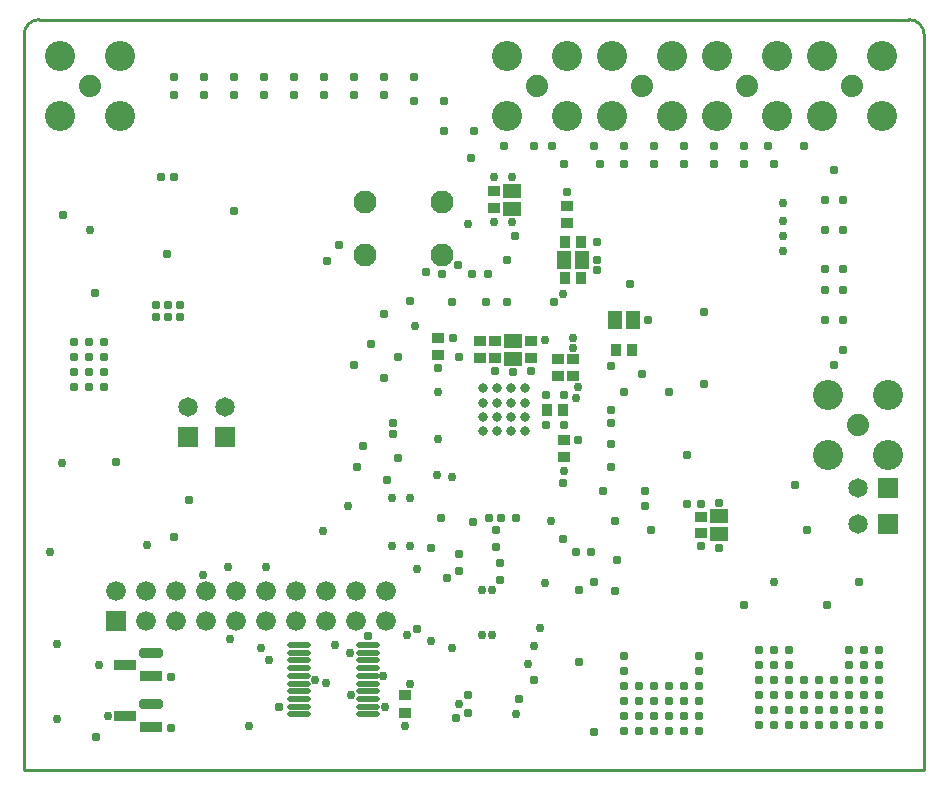
<source format=gbs>
%FSLAX44Y44*%
%MOMM*%
G71*
G01*
G75*
G04 Layer_Color=16711935*
%ADD10R,1.8034X1.1176*%
%ADD11R,5.3000X5.3000*%
%ADD12O,1.6500X0.2700*%
%ADD13O,0.2700X1.6500*%
%ADD14R,1.2700X1.2700*%
%ADD15R,0.7000X0.9000*%
%ADD16R,0.8000X0.9000*%
%ADD17R,0.9000X0.8000*%
%ADD18R,2.5400X1.6510*%
G04:AMPARAMS|DCode=19|XSize=1.651mm|YSize=2.54mm|CornerRadius=0.4128mm|HoleSize=0mm|Usage=FLASHONLY|Rotation=270.000|XOffset=0mm|YOffset=0mm|HoleType=Round|Shape=RoundedRectangle|*
%AMROUNDEDRECTD19*
21,1,1.6510,1.7145,0,0,270.0*
21,1,0.8255,2.5400,0,0,270.0*
1,1,0.8255,-0.8572,-0.4128*
1,1,0.8255,-0.8572,0.4128*
1,1,0.8255,0.8572,0.4128*
1,1,0.8255,0.8572,-0.4128*
%
%ADD19ROUNDEDRECTD19*%
%ADD20R,0.9000X0.7000*%
%ADD21R,1.7000X1.1000*%
%ADD22R,1.0000X2.7000*%
%ADD23R,3.2000X2.7000*%
%ADD24R,0.6096X0.5588*%
%ADD25R,2.6924X1.1176*%
%ADD26R,0.5588X0.6096*%
%ADD27R,2.0000X6.0000*%
%ADD28R,1.4000X1.1000*%
%ADD29R,1.1000X1.7000*%
%ADD30R,1.1000X1.4000*%
G04:AMPARAMS|DCode=31|XSize=1mm|YSize=1.55mm|CornerRadius=0.25mm|HoleSize=0mm|Usage=FLASHONLY|Rotation=270.000|XOffset=0mm|YOffset=0mm|HoleType=Round|Shape=RoundedRectangle|*
%AMROUNDEDRECTD31*
21,1,1.0000,1.0500,0,0,270.0*
21,1,0.5000,1.5500,0,0,270.0*
1,1,0.5000,-0.5250,-0.2500*
1,1,0.5000,-0.5250,0.2500*
1,1,0.5000,0.5250,0.2500*
1,1,0.5000,0.5250,-0.2500*
%
%ADD31ROUNDEDRECTD31*%
%ADD32R,1.5500X1.0000*%
%ADD33R,3.3000X1.8000*%
%ADD34R,1.0000X1.5000*%
G04:AMPARAMS|DCode=35|XSize=1mm|YSize=1.5mm|CornerRadius=0.25mm|HoleSize=0mm|Usage=FLASHONLY|Rotation=180.000|XOffset=0mm|YOffset=0mm|HoleType=Round|Shape=RoundedRectangle|*
%AMROUNDEDRECTD35*
21,1,1.0000,1.0000,0,0,180.0*
21,1,0.5000,1.5000,0,0,180.0*
1,1,0.5000,-0.2500,0.5000*
1,1,0.5000,0.2500,0.5000*
1,1,0.5000,0.2500,-0.5000*
1,1,0.5000,-0.2500,-0.5000*
%
%ADD35ROUNDEDRECTD35*%
%ADD36R,2.3876X3.0988*%
%ADD37R,1.9812X0.4608*%
%ADD38R,0.6000X0.8500*%
%ADD39C,1.2700*%
%ADD40C,0.2032*%
%ADD41C,0.3048*%
%ADD42C,0.4064*%
%ADD43C,0.4277*%
%ADD44C,0.3999*%
%ADD45C,0.4572*%
%ADD46C,0.7620*%
%ADD47C,0.6350*%
%ADD48C,0.2540*%
%ADD49R,6.8580X10.1600*%
%ADD50R,8.8900X8.8900*%
%ADD51R,12.7000X8.8900*%
%ADD52R,1.5240X1.5240*%
%ADD53C,1.5240*%
%ADD54C,1.8000*%
%ADD55C,1.7272*%
%ADD56C,2.4000*%
%ADD57C,1.5000*%
%ADD58R,1.5000X1.5000*%
%ADD59R,1.5000X1.5000*%
%ADD60C,0.6350*%
%ADD61C,0.6096*%
%ADD62C,0.6600*%
%ADD63C,1.0160*%
%ADD64C,0.3810*%
%ADD65R,4.5720X4.4450*%
%ADD66R,6.9850X1.7780*%
%ADD67C,2.0320*%
G04:AMPARAMS|DCode=68|XSize=2.524mm|YSize=2.524mm|CornerRadius=0mm|HoleSize=0mm|Usage=FLASHONLY|Rotation=0.000|XOffset=0mm|YOffset=0mm|HoleType=Round|Shape=Relief|Width=0.254mm|Gap=0.254mm|Entries=4|*
%AMTHD68*
7,0,0,2.5240,2.0160,0.2540,45*
%
%ADD68THD68*%
%ADD69C,2.0160*%
%ADD70C,2.0828*%
%ADD71C,2.8160*%
%ADD72C,1.9160*%
G04:AMPARAMS|DCode=73|XSize=2.424mm|YSize=2.424mm|CornerRadius=0mm|HoleSize=0mm|Usage=FLASHONLY|Rotation=0.000|XOffset=0mm|YOffset=0mm|HoleType=Round|Shape=Relief|Width=0.254mm|Gap=0.254mm|Entries=4|*
%AMTHD73*
7,0,0,2.4240,1.9160,0.2540,45*
%
%ADD73THD73*%
%ADD74C,1.3970*%
%ADD75C,1.3208*%
%ADD76C,1.3460*%
%ADD77R,4.4450X4.4450*%
G04:AMPARAMS|DCode=78|XSize=2.54mm|YSize=2.54mm|CornerRadius=0mm|HoleSize=0mm|Usage=FLASHONLY|Rotation=0.000|XOffset=0mm|YOffset=0mm|HoleType=Round|Shape=Relief|Width=0.254mm|Gap=0.254mm|Entries=4|*
%AMTHD78*
7,0,0,2.5400,2.0320,0.2540,45*
%
%ADD78THD78*%
G04:AMPARAMS|DCode=79|XSize=3.324mm|YSize=3.324mm|CornerRadius=0mm|HoleSize=0mm|Usage=FLASHONLY|Rotation=0.000|XOffset=0mm|YOffset=0mm|HoleType=Round|Shape=Relief|Width=0.254mm|Gap=0.254mm|Entries=4|*
%AMTHD79*
7,0,0,3.3240,2.8160,0.2540,45*
%
%ADD79THD79*%
%ADD80R,1.8000X0.7000*%
G04:AMPARAMS|DCode=81|XSize=0.7mm|YSize=1.8mm|CornerRadius=0.175mm|HoleSize=0mm|Usage=FLASHONLY|Rotation=90.000|XOffset=0mm|YOffset=0mm|HoleType=Round|Shape=RoundedRectangle|*
%AMROUNDEDRECTD81*
21,1,0.7000,1.4500,0,0,90.0*
21,1,0.3500,1.8000,0,0,90.0*
1,1,0.3500,0.7250,0.1750*
1,1,0.3500,0.7250,-0.1750*
1,1,0.3500,-0.7250,-0.1750*
1,1,0.3500,-0.7250,0.1750*
%
%ADD81ROUNDEDRECTD81*%
%ADD82O,1.8500X0.3500*%
%ADD83C,0.6000*%
%ADD84C,0.2500*%
%ADD85C,0.1524*%
%ADD86C,0.1270*%
%ADD87C,0.2000*%
%ADD88C,0.1778*%
%ADD89R,8.1280X3.3020*%
%ADD90R,1.9558X1.2700*%
%ADD91R,5.4524X5.4524*%
%ADD92O,1.8024X0.4224*%
%ADD93O,0.4224X1.8024*%
%ADD94R,1.4224X1.4224*%
%ADD95R,0.8524X1.0524*%
%ADD96R,0.9524X1.0524*%
%ADD97R,1.0524X0.9524*%
%ADD98R,2.6924X1.8034*%
G04:AMPARAMS|DCode=99|XSize=1.8034mm|YSize=2.6924mm|CornerRadius=0.4508mm|HoleSize=0mm|Usage=FLASHONLY|Rotation=270.000|XOffset=0mm|YOffset=0mm|HoleType=Round|Shape=RoundedRectangle|*
%AMROUNDEDRECTD99*
21,1,1.8034,1.7907,0,0,270.0*
21,1,0.9017,2.6924,0,0,270.0*
1,1,0.9017,-0.8953,-0.4508*
1,1,0.9017,-0.8953,0.4508*
1,1,0.9017,0.8953,0.4508*
1,1,0.9017,0.8953,-0.4508*
%
%ADD99ROUNDEDRECTD99*%
%ADD100R,1.0524X0.8524*%
%ADD101R,1.8524X1.2524*%
%ADD102R,1.1524X2.8524*%
%ADD103R,3.3524X2.8524*%
%ADD104R,0.7620X0.7112*%
%ADD105R,2.8448X1.2700*%
%ADD106R,0.7112X0.7620*%
%ADD107R,2.1524X6.1524*%
%ADD108R,1.5524X1.2524*%
%ADD109R,1.2524X1.8524*%
%ADD110R,1.2524X1.5524*%
G04:AMPARAMS|DCode=111|XSize=1.1524mm|YSize=1.7024mm|CornerRadius=0.2881mm|HoleSize=0mm|Usage=FLASHONLY|Rotation=270.000|XOffset=0mm|YOffset=0mm|HoleType=Round|Shape=RoundedRectangle|*
%AMROUNDEDRECTD111*
21,1,1.1524,1.1262,0,0,270.0*
21,1,0.5762,1.7024,0,0,270.0*
1,1,0.5762,-0.5631,-0.2881*
1,1,0.5762,-0.5631,0.2881*
1,1,0.5762,0.5631,0.2881*
1,1,0.5762,0.5631,-0.2881*
%
%ADD111ROUNDEDRECTD111*%
%ADD112R,1.7024X1.1524*%
%ADD113R,3.4524X1.9524*%
%ADD114R,1.1524X1.6524*%
G04:AMPARAMS|DCode=115|XSize=1.1524mm|YSize=1.6524mm|CornerRadius=0.2881mm|HoleSize=0mm|Usage=FLASHONLY|Rotation=180.000|XOffset=0mm|YOffset=0mm|HoleType=Round|Shape=RoundedRectangle|*
%AMROUNDEDRECTD115*
21,1,1.1524,1.0762,0,0,180.0*
21,1,0.5762,1.6524,0,0,180.0*
1,1,0.5762,-0.2881,0.5381*
1,1,0.5762,0.2881,0.5381*
1,1,0.5762,0.2881,-0.5381*
1,1,0.5762,-0.2881,-0.5381*
%
%ADD115ROUNDEDRECTD115*%
%ADD116R,2.5400X3.2512*%
%ADD117R,2.1336X0.6132*%
%ADD118R,0.7524X1.0024*%
%ADD119R,1.6764X1.6764*%
%ADD120C,1.6764*%
%ADD121C,1.9524*%
%ADD122C,1.8796*%
%ADD123C,2.5524*%
%ADD124C,1.6524*%
%ADD125R,1.6524X1.6524*%
%ADD126R,1.6524X1.6524*%
%ADD127C,0.7874*%
%ADD128C,0.7620*%
%ADD129R,1.9524X0.8524*%
G04:AMPARAMS|DCode=130|XSize=0.8524mm|YSize=1.9524mm|CornerRadius=0.2131mm|HoleSize=0mm|Usage=FLASHONLY|Rotation=90.000|XOffset=0mm|YOffset=0mm|HoleType=Round|Shape=RoundedRectangle|*
%AMROUNDEDRECTD130*
21,1,0.8524,1.5262,0,0,90.0*
21,1,0.4262,1.9524,0,0,90.0*
1,1,0.4262,0.7631,0.2131*
1,1,0.4262,0.7631,-0.2131*
1,1,0.4262,-0.7631,-0.2131*
1,1,0.4262,-0.7631,0.2131*
%
%ADD130ROUNDEDRECTD130*%
%ADD131O,2.0024X0.5024*%
%ADD132C,0.8124*%
D48*
X952500Y817880D02*
G03*
X939800Y830580I-12700J0D01*
G01*
X203200D02*
G03*
X190500Y817880I0J-12700D01*
G01*
X203200Y830580D02*
X939800D01*
X952500Y195580D02*
Y817880D01*
X190500Y195580D02*
Y817880D01*
Y195580D02*
X952500D01*
D96*
X633080Y500380D02*
D03*
X647080D02*
D03*
X648320Y612140D02*
D03*
X662320D02*
D03*
X648320Y642620D02*
D03*
X662320D02*
D03*
X691500Y551180D02*
D03*
X705500D02*
D03*
D97*
X763270Y409590D02*
D03*
Y395590D02*
D03*
X588010Y685180D02*
D03*
Y671180D02*
D03*
X655320Y542940D02*
D03*
Y528940D02*
D03*
X642620Y542940D02*
D03*
Y528940D02*
D03*
X541020Y546720D02*
D03*
Y560720D02*
D03*
X576580Y544180D02*
D03*
Y558180D02*
D03*
X650240Y672480D02*
D03*
Y658480D02*
D03*
X589280Y558180D02*
D03*
Y544180D02*
D03*
X619760Y544180D02*
D03*
Y558180D02*
D03*
X647700Y460360D02*
D03*
Y474360D02*
D03*
D100*
X513080Y243960D02*
D03*
Y258960D02*
D03*
D108*
X778510Y395090D02*
D03*
Y410090D02*
D03*
X603250Y670680D02*
D03*
Y685680D02*
D03*
X604520Y543680D02*
D03*
Y558680D02*
D03*
D110*
X662820Y627380D02*
D03*
X647820D02*
D03*
X706000Y576580D02*
D03*
X691000D02*
D03*
D119*
X267970Y321310D02*
D03*
D120*
Y346710D02*
D03*
X293370Y321310D02*
D03*
Y346710D02*
D03*
X318770Y321310D02*
D03*
Y346710D02*
D03*
X344170Y321310D02*
D03*
Y346710D02*
D03*
X369570Y321310D02*
D03*
Y346710D02*
D03*
X394970Y321310D02*
D03*
Y346710D02*
D03*
X420370Y321310D02*
D03*
Y346710D02*
D03*
X445770Y321310D02*
D03*
Y346710D02*
D03*
X471170Y321310D02*
D03*
Y346710D02*
D03*
X496570Y321310D02*
D03*
Y346710D02*
D03*
D121*
X479310Y676550D02*
D03*
X544310D02*
D03*
Y631550D02*
D03*
X479310D02*
D03*
D122*
X896620Y487680D02*
D03*
X246380Y774700D02*
D03*
X624840D02*
D03*
X713740D02*
D03*
X802640D02*
D03*
X891540D02*
D03*
D123*
X922020Y462280D02*
D03*
X871220Y513080D02*
D03*
X922020D02*
D03*
X871220Y462280D02*
D03*
X220980Y800100D02*
D03*
X271780Y749300D02*
D03*
X220980D02*
D03*
X271780Y800100D02*
D03*
X650240Y749300D02*
D03*
X599440Y800100D02*
D03*
Y749300D02*
D03*
X650240Y800100D02*
D03*
X739140Y749300D02*
D03*
X688340Y800100D02*
D03*
Y749300D02*
D03*
X739140Y800100D02*
D03*
X828040Y749300D02*
D03*
X777240Y800100D02*
D03*
Y749300D02*
D03*
X828040Y800100D02*
D03*
X916940Y749300D02*
D03*
X866140Y800100D02*
D03*
Y749300D02*
D03*
X916940Y800100D02*
D03*
D124*
X328930Y502920D02*
D03*
X360680D02*
D03*
X896620Y403860D02*
D03*
Y434340D02*
D03*
D125*
X328930Y477520D02*
D03*
X360680D02*
D03*
D126*
X922020Y403860D02*
D03*
Y434340D02*
D03*
D127*
X556514Y239268D02*
D03*
X523240Y314960D02*
D03*
X457200Y640080D02*
D03*
X223520Y665480D02*
D03*
X883920Y619760D02*
D03*
X876300Y703580D02*
D03*
X637540Y723900D02*
D03*
X678180Y708660D02*
D03*
X850900Y723900D02*
D03*
X568960Y713740D02*
D03*
X596900Y723900D02*
D03*
X622300D02*
D03*
X673100D02*
D03*
X698500D02*
D03*
X723900D02*
D03*
X749300D02*
D03*
X774700D02*
D03*
X800100D02*
D03*
X820420D02*
D03*
X883920Y678180D02*
D03*
X868680D02*
D03*
X825500Y708660D02*
D03*
X800100D02*
D03*
X774700D02*
D03*
X749300D02*
D03*
X723900D02*
D03*
X698500D02*
D03*
X647700D02*
D03*
X876300Y538480D02*
D03*
X883920Y576580D02*
D03*
Y551180D02*
D03*
Y601980D02*
D03*
Y652780D02*
D03*
X868680Y576580D02*
D03*
Y601980D02*
D03*
Y619760D02*
D03*
Y652780D02*
D03*
X605790Y647700D02*
D03*
X687070Y500380D02*
D03*
Y537210D02*
D03*
X659130Y474980D02*
D03*
X687070Y452120D02*
D03*
Y488950D02*
D03*
X368300Y668274D02*
D03*
X506730Y544830D02*
D03*
X250190Y599440D02*
D03*
X257810Y557530D02*
D03*
X245110D02*
D03*
X257810Y544830D02*
D03*
X245110D02*
D03*
X257810Y532130D02*
D03*
X245110D02*
D03*
Y519430D02*
D03*
X232410Y557530D02*
D03*
Y544830D02*
D03*
Y532130D02*
D03*
Y519430D02*
D03*
X607060Y408940D02*
D03*
X570230Y405130D02*
D03*
X257810Y519430D02*
D03*
X698500Y228600D02*
D03*
X711200D02*
D03*
X723900D02*
D03*
X736600D02*
D03*
X749300D02*
D03*
X762000D02*
D03*
X698500Y241300D02*
D03*
X711200D02*
D03*
X723900D02*
D03*
X736600D02*
D03*
X749300D02*
D03*
X762000D02*
D03*
X698500Y254000D02*
D03*
X711200D02*
D03*
X723900D02*
D03*
X736600D02*
D03*
X749300D02*
D03*
X762000D02*
D03*
Y266700D02*
D03*
X749300D02*
D03*
X736600D02*
D03*
X723900D02*
D03*
X711200D02*
D03*
X698500D02*
D03*
Y279400D02*
D03*
Y292100D02*
D03*
X762000Y279400D02*
D03*
Y292100D02*
D03*
X812800Y233680D02*
D03*
X825500D02*
D03*
X838200D02*
D03*
X850900D02*
D03*
X863600D02*
D03*
X876300D02*
D03*
X889000D02*
D03*
X901700D02*
D03*
X914400D02*
D03*
X812800Y246380D02*
D03*
X825500D02*
D03*
X838200D02*
D03*
X850900D02*
D03*
X863600D02*
D03*
X876300D02*
D03*
X889000D02*
D03*
X901700D02*
D03*
X914400D02*
D03*
X812800Y259080D02*
D03*
Y271780D02*
D03*
Y284480D02*
D03*
Y297180D02*
D03*
X825500D02*
D03*
Y284480D02*
D03*
Y271780D02*
D03*
Y259080D02*
D03*
X838200Y297180D02*
D03*
Y284480D02*
D03*
Y271780D02*
D03*
Y259080D02*
D03*
X850900D02*
D03*
X863600D02*
D03*
X876300D02*
D03*
X889000D02*
D03*
X901700D02*
D03*
X914400D02*
D03*
X850900Y271780D02*
D03*
X863600D02*
D03*
X876300D02*
D03*
X889000D02*
D03*
X901700D02*
D03*
X914400D02*
D03*
X889000Y284480D02*
D03*
X901700D02*
D03*
X914400D02*
D03*
X889000Y297180D02*
D03*
X901700D02*
D03*
X914400D02*
D03*
X690880Y346964D02*
D03*
X703580Y607060D02*
D03*
X632460Y487680D02*
D03*
X552450Y591820D02*
D03*
X638810D02*
D03*
X675640Y642620D02*
D03*
X314960Y274320D02*
D03*
X657860Y379730D02*
D03*
X751840Y462280D02*
D03*
X843280Y436880D02*
D03*
X716280Y431800D02*
D03*
Y419100D02*
D03*
X721360Y398780D02*
D03*
X751840Y420370D02*
D03*
X251460Y223520D02*
D03*
X680720Y431800D02*
D03*
X267970Y455930D02*
D03*
X502920Y480060D02*
D03*
X477520Y469900D02*
D03*
X558800Y378460D02*
D03*
X647700Y487680D02*
D03*
X632460Y513080D02*
D03*
X317500Y392430D02*
D03*
X660400Y347980D02*
D03*
X314960Y231140D02*
D03*
X609600Y255270D02*
D03*
X622300Y271780D02*
D03*
X660400Y287020D02*
D03*
X673100Y227330D02*
D03*
X765810Y521970D02*
D03*
Y582930D02*
D03*
X736600Y515620D02*
D03*
X800100Y335280D02*
D03*
X869950D02*
D03*
X713740Y530860D02*
D03*
X718820Y576580D02*
D03*
X763270Y384810D02*
D03*
X778510Y383540D02*
D03*
Y421640D02*
D03*
X763270Y420370D02*
D03*
X530860Y617220D02*
D03*
X544180Y615330D02*
D03*
X517540Y592440D02*
D03*
X558180Y622950D02*
D03*
X548640Y358140D02*
D03*
X593710Y356220D02*
D03*
X535290Y382920D02*
D03*
X604520Y532384D02*
D03*
X619760Y533400D02*
D03*
X566420Y243840D02*
D03*
X483870Y556260D02*
D03*
X469900Y538480D02*
D03*
X495300Y527050D02*
D03*
X502920Y488950D02*
D03*
X330200Y424180D02*
D03*
X472440Y452120D02*
D03*
X599440Y591820D02*
D03*
X581660D02*
D03*
X583580Y615300D02*
D03*
X569580Y615330D02*
D03*
X599440Y627380D02*
D03*
X650240Y684530D02*
D03*
X698500Y515620D02*
D03*
X543560Y408940D02*
D03*
X690880Y405780D02*
D03*
X897420Y354800D02*
D03*
X853440Y398780D02*
D03*
X558800Y544830D02*
D03*
X553720Y561340D02*
D03*
X495300Y581660D02*
D03*
X447040Y626110D02*
D03*
X675640Y618490D02*
D03*
Y627380D02*
D03*
X541020Y535940D02*
D03*
X566420Y259080D02*
D03*
X692150Y373380D02*
D03*
X647700Y513080D02*
D03*
X670560Y379730D02*
D03*
X687070Y471170D02*
D03*
X673100Y354330D02*
D03*
X646430Y391160D02*
D03*
X646900Y438620D02*
D03*
X593710Y370220D02*
D03*
X584200Y408940D02*
D03*
X594360D02*
D03*
X589900Y398160D02*
D03*
X589900Y384160D02*
D03*
X558800Y363840D02*
D03*
X481330Y308610D02*
D03*
X589280Y533400D02*
D03*
X506730Y459740D02*
D03*
X497840Y440690D02*
D03*
X311150Y632460D02*
D03*
X306070Y697230D02*
D03*
X317500D02*
D03*
X302260Y589280D02*
D03*
X312420D02*
D03*
X322580D02*
D03*
Y579120D02*
D03*
X312420D02*
D03*
X302260D02*
D03*
X406400Y248920D02*
D03*
X317500Y767080D02*
D03*
X342900D02*
D03*
X368300D02*
D03*
X393700D02*
D03*
X419100D02*
D03*
X444500D02*
D03*
X469900D02*
D03*
X495300D02*
D03*
X520700Y762000D02*
D03*
X546100Y736600D02*
D03*
X571500D02*
D03*
X520700Y782320D02*
D03*
X444500D02*
D03*
X546100Y762000D02*
D03*
X495300Y782320D02*
D03*
X469900D02*
D03*
X393700D02*
D03*
X368300D02*
D03*
X419100D02*
D03*
X342900D02*
D03*
X317500D02*
D03*
D128*
X534814Y304546D02*
D03*
X523240Y365760D02*
D03*
X833000Y635120D02*
D03*
Y647820D02*
D03*
X833120Y660400D02*
D03*
X833000Y675520D02*
D03*
X514350Y309880D02*
D03*
X552450Y298450D02*
D03*
X558800Y251460D02*
D03*
X341630Y360779D02*
D03*
X363220Y367030D02*
D03*
X394970D02*
D03*
X218440Y238760D02*
D03*
X218560Y302380D02*
D03*
X294640Y386080D02*
D03*
X246380Y652780D02*
D03*
X222610Y455570D02*
D03*
X631840Y559420D02*
D03*
X646900Y598640D02*
D03*
X261620Y241300D02*
D03*
X254000Y284480D02*
D03*
X380820Y232590D02*
D03*
X659130Y519430D02*
D03*
X657860Y510286D02*
D03*
X513080Y232410D02*
D03*
X647700Y448310D02*
D03*
X516890Y425450D02*
D03*
X501650Y425450D02*
D03*
X516890Y384810D02*
D03*
X603250Y659130D02*
D03*
X588010D02*
D03*
X588010Y697230D02*
D03*
X603250D02*
D03*
X566420Y657860D02*
D03*
X825500Y354330D02*
D03*
X655320Y561340D02*
D03*
Y552450D02*
D03*
X521150Y571050D02*
D03*
X212560Y380200D02*
D03*
X616900Y285430D02*
D03*
X496460Y249030D02*
D03*
X621900Y300590D02*
D03*
X626900Y315750D02*
D03*
X586740Y309880D02*
D03*
X631900Y353770D02*
D03*
X577850Y309880D02*
D03*
X636270Y406400D02*
D03*
X586740Y347980D02*
D03*
X578049Y347781D02*
D03*
X552450Y443230D02*
D03*
X464820Y419100D02*
D03*
X501650Y384810D02*
D03*
X540140Y445380D02*
D03*
X540620Y475380D02*
D03*
X540780Y515380D02*
D03*
X443230Y397510D02*
D03*
X494740Y275030D02*
D03*
X516890Y267970D02*
D03*
X467380Y258860D02*
D03*
X453390Y300990D02*
D03*
X466200Y294530D02*
D03*
X445770Y269240D02*
D03*
X364490Y306070D02*
D03*
X607060Y242570D02*
D03*
X397770Y288030D02*
D03*
X391160Y298450D02*
D03*
X436880Y271780D02*
D03*
D129*
X276270Y284480D02*
D03*
X297770Y274980D02*
D03*
X276270Y241300D02*
D03*
X297770Y231800D02*
D03*
D130*
Y293980D02*
D03*
Y250800D02*
D03*
D131*
X422870Y242530D02*
D03*
Y249030D02*
D03*
Y255530D02*
D03*
Y262030D02*
D03*
Y268530D02*
D03*
Y275030D02*
D03*
Y281530D02*
D03*
Y288030D02*
D03*
Y294530D02*
D03*
Y301030D02*
D03*
X481370Y242530D02*
D03*
Y249030D02*
D03*
Y255530D02*
D03*
Y262030D02*
D03*
Y268530D02*
D03*
Y275030D02*
D03*
Y281530D02*
D03*
Y288030D02*
D03*
Y294530D02*
D03*
Y301030D02*
D03*
D132*
X590900Y518380D02*
D03*
X578900D02*
D03*
X602900Y506380D02*
D03*
X590900D02*
D03*
Y494380D02*
D03*
X578900Y506380D02*
D03*
Y494380D02*
D03*
Y482380D02*
D03*
X590900D02*
D03*
X602900D02*
D03*
Y494380D02*
D03*
Y518380D02*
D03*
X614900Y482380D02*
D03*
Y494380D02*
D03*
Y506380D02*
D03*
Y518380D02*
D03*
M02*

</source>
